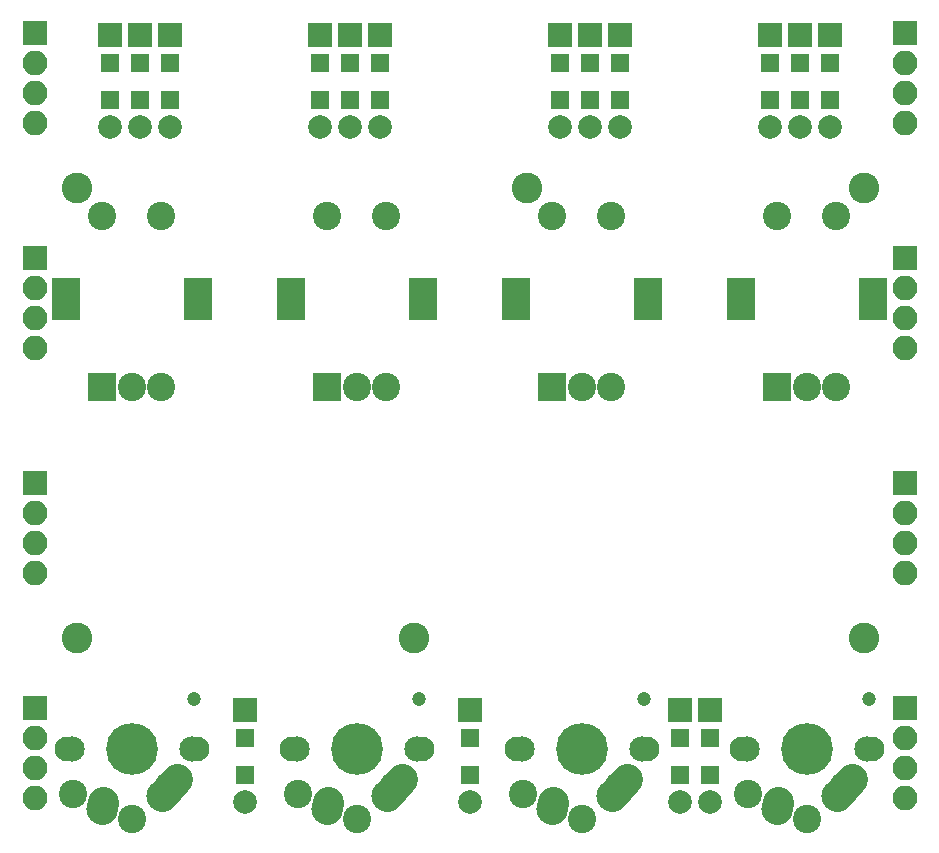
<source format=gbr>
G04 #@! TF.GenerationSoftware,KiCad,Pcbnew,(5.0.0)*
G04 #@! TF.CreationDate,2020-05-09T15:13:36-06:00*
G04 #@! TF.ProjectId,4x4_backpack,3478345F6261636B7061636B2E6B6963,rev?*
G04 #@! TF.SameCoordinates,Original*
G04 #@! TF.FileFunction,Soldermask,Top*
G04 #@! TF.FilePolarity,Negative*
%FSLAX46Y46*%
G04 Gerber Fmt 4.6, Leading zero omitted, Abs format (unit mm)*
G04 Created by KiCad (PCBNEW (5.0.0)) date 05/09/20 15:13:36*
%MOMM*%
%LPD*%
G01*
G04 APERTURE LIST*
%ADD10R,2.400000X2.400000*%
%ADD11C,2.400000*%
%ADD12R,2.400000X3.600000*%
%ADD13C,1.200000*%
%ADD14C,2.100000*%
%ADD15C,2.150000*%
%ADD16C,2.650000*%
%ADD17C,4.387800*%
%ADD18C,2.650000*%
%ADD19C,2.000000*%
%ADD20R,2.000000X2.000000*%
%ADD21R,1.600000X1.600000*%
%ADD22R,2.100000X2.100000*%
%ADD23O,2.100000X2.100000*%
%ADD24C,2.600000*%
G04 APERTURE END LIST*
D10*
G04 #@! TO.C,SW1*
X83185000Y-112268000D03*
D11*
X85685000Y-112268000D03*
X88185000Y-112268000D03*
D12*
X80085000Y-104768000D03*
X91285000Y-104768000D03*
D11*
X83185000Y-97768000D03*
X88185000Y-97768000D03*
G04 #@! TD*
D13*
G04 #@! TO.C,S16*
X148095000Y-138675000D03*
D14*
X137375000Y-142875000D03*
X148375000Y-142875000D03*
D11*
X142875000Y-148775000D03*
X137875000Y-146675000D03*
D15*
X137795000Y-142875000D03*
X147955000Y-142875000D03*
D16*
X145375000Y-146875000D03*
D17*
X142875000Y-142875000D03*
D16*
X146030005Y-146145004D03*
D18*
X146685000Y-145415000D02*
X145375010Y-146875008D01*
D16*
X140335000Y-147955000D03*
X140355229Y-147665016D03*
D18*
X140375000Y-147375000D02*
X140335458Y-147955032D01*
G04 #@! TD*
D19*
G04 #@! TO.C,D16*
X134620000Y-147410000D03*
D20*
X134620000Y-139610000D03*
D21*
X134620000Y-141935000D03*
X134620000Y-145085000D03*
G04 #@! TD*
D19*
G04 #@! TO.C,D2*
X104140000Y-90260000D03*
D20*
X104140000Y-82460000D03*
D21*
X104140000Y-84785000D03*
X104140000Y-87935000D03*
G04 #@! TD*
D22*
G04 #@! TO.C,J1*
X77470000Y-82232500D03*
D23*
X77470000Y-84772500D03*
X77470000Y-87312500D03*
X77470000Y-89852500D03*
G04 #@! TD*
G04 #@! TO.C,J2*
X77470000Y-108902500D03*
X77470000Y-106362500D03*
X77470000Y-103822500D03*
D22*
X77470000Y-101282500D03*
G04 #@! TD*
G04 #@! TO.C,J3*
X77470000Y-120332500D03*
D23*
X77470000Y-122872500D03*
X77470000Y-125412500D03*
X77470000Y-127952500D03*
G04 #@! TD*
G04 #@! TO.C,J4*
X77470000Y-147002500D03*
X77470000Y-144462500D03*
X77470000Y-141922500D03*
D22*
X77470000Y-139382500D03*
G04 #@! TD*
G04 #@! TO.C,J5*
X151130000Y-82232500D03*
D23*
X151130000Y-84772500D03*
X151130000Y-87312500D03*
X151130000Y-89852500D03*
G04 #@! TD*
G04 #@! TO.C,J6*
X151130000Y-108902500D03*
X151130000Y-106362500D03*
X151130000Y-103822500D03*
D22*
X151130000Y-101282500D03*
G04 #@! TD*
G04 #@! TO.C,J7*
X151130000Y-120332500D03*
D23*
X151130000Y-122872500D03*
X151130000Y-125412500D03*
X151130000Y-127952500D03*
G04 #@! TD*
G04 #@! TO.C,J8*
X151130000Y-147002500D03*
X151130000Y-144462500D03*
X151130000Y-141922500D03*
D22*
X151130000Y-139382500D03*
G04 #@! TD*
D24*
G04 #@! TO.C,J11*
X81026000Y-133477000D03*
G04 #@! TD*
G04 #@! TO.C,J12*
X147701000Y-95377000D03*
G04 #@! TD*
G04 #@! TO.C,J13*
X147701000Y-133477000D03*
G04 #@! TD*
G04 #@! TO.C,J14*
X109601000Y-133477000D03*
G04 #@! TD*
G04 #@! TO.C,J15*
X119126000Y-95377000D03*
G04 #@! TD*
G04 #@! TO.C,J16*
X81026000Y-95377000D03*
G04 #@! TD*
D19*
G04 #@! TO.C,D1*
X86360000Y-90260000D03*
D20*
X86360000Y-82460000D03*
D21*
X86360000Y-84785000D03*
X86360000Y-87935000D03*
G04 #@! TD*
G04 #@! TO.C,D3*
X124460000Y-87935000D03*
X124460000Y-84785000D03*
D20*
X124460000Y-82460000D03*
D19*
X124460000Y-90260000D03*
G04 #@! TD*
D21*
G04 #@! TO.C,D4*
X142240000Y-87935000D03*
X142240000Y-84785000D03*
D20*
X142240000Y-82460000D03*
D19*
X142240000Y-90260000D03*
G04 #@! TD*
G04 #@! TO.C,D5*
X88900000Y-90260000D03*
D20*
X88900000Y-82460000D03*
D21*
X88900000Y-84785000D03*
X88900000Y-87935000D03*
G04 #@! TD*
G04 #@! TO.C,D6*
X106680000Y-87935000D03*
X106680000Y-84785000D03*
D20*
X106680000Y-82460000D03*
D19*
X106680000Y-90260000D03*
G04 #@! TD*
G04 #@! TO.C,D7*
X127000000Y-90260000D03*
D20*
X127000000Y-82460000D03*
D21*
X127000000Y-84785000D03*
X127000000Y-87935000D03*
G04 #@! TD*
G04 #@! TO.C,D8*
X144780000Y-87935000D03*
X144780000Y-84785000D03*
D20*
X144780000Y-82460000D03*
D19*
X144780000Y-90260000D03*
G04 #@! TD*
D21*
G04 #@! TO.C,D9*
X83820000Y-87935000D03*
X83820000Y-84785000D03*
D20*
X83820000Y-82460000D03*
D19*
X83820000Y-90260000D03*
G04 #@! TD*
G04 #@! TO.C,D10*
X101600000Y-90260000D03*
D20*
X101600000Y-82460000D03*
D21*
X101600000Y-84785000D03*
X101600000Y-87935000D03*
G04 #@! TD*
G04 #@! TO.C,D11*
X121920000Y-87935000D03*
X121920000Y-84785000D03*
D20*
X121920000Y-82460000D03*
D19*
X121920000Y-90260000D03*
G04 #@! TD*
G04 #@! TO.C,D12*
X139700000Y-90260000D03*
D20*
X139700000Y-82460000D03*
D21*
X139700000Y-84785000D03*
X139700000Y-87935000D03*
G04 #@! TD*
D19*
G04 #@! TO.C,D13*
X95250000Y-147410000D03*
D20*
X95250000Y-139610000D03*
D21*
X95250000Y-141935000D03*
X95250000Y-145085000D03*
G04 #@! TD*
G04 #@! TO.C,D14*
X114300000Y-145085000D03*
X114300000Y-141935000D03*
D20*
X114300000Y-139610000D03*
D19*
X114300000Y-147410000D03*
G04 #@! TD*
D21*
G04 #@! TO.C,D15*
X132080000Y-145085000D03*
X132080000Y-141935000D03*
D20*
X132080000Y-139610000D03*
D19*
X132080000Y-147410000D03*
G04 #@! TD*
D13*
G04 #@! TO.C,S13*
X90945000Y-138675000D03*
D14*
X80225000Y-142875000D03*
X91225000Y-142875000D03*
D11*
X85725000Y-148775000D03*
X80725000Y-146675000D03*
D15*
X80645000Y-142875000D03*
X90805000Y-142875000D03*
D16*
X88225000Y-146875000D03*
D17*
X85725000Y-142875000D03*
D16*
X88880005Y-146145004D03*
D18*
X89535000Y-145415000D02*
X88225010Y-146875008D01*
D16*
X83185000Y-147955000D03*
X83205229Y-147665016D03*
D18*
X83225000Y-147375000D02*
X83185458Y-147955032D01*
G04 #@! TD*
D13*
G04 #@! TO.C,S14*
X109995000Y-138675000D03*
D14*
X99275000Y-142875000D03*
X110275000Y-142875000D03*
D11*
X104775000Y-148775000D03*
X99775000Y-146675000D03*
D15*
X99695000Y-142875000D03*
X109855000Y-142875000D03*
D16*
X107275000Y-146875000D03*
D17*
X104775000Y-142875000D03*
D16*
X107930005Y-146145004D03*
D18*
X108585000Y-145415000D02*
X107275010Y-146875008D01*
D16*
X102235000Y-147955000D03*
X102255229Y-147665016D03*
D18*
X102275000Y-147375000D02*
X102235458Y-147955032D01*
G04 #@! TD*
D16*
G04 #@! TO.C,S15*
X121305229Y-147665016D03*
D18*
X121325000Y-147375000D02*
X121285458Y-147955032D01*
D16*
X121285000Y-147955000D03*
X126980005Y-146145004D03*
D18*
X127635000Y-145415000D02*
X126325010Y-146875008D01*
D17*
X123825000Y-142875000D03*
D16*
X126325000Y-146875000D03*
D15*
X128905000Y-142875000D03*
X118745000Y-142875000D03*
D11*
X118825000Y-146675000D03*
X123825000Y-148775000D03*
D14*
X129325000Y-142875000D03*
X118325000Y-142875000D03*
D13*
X129045000Y-138675000D03*
G04 #@! TD*
D11*
G04 #@! TO.C,SW2*
X107235000Y-97768000D03*
X102235000Y-97768000D03*
D12*
X110335000Y-104768000D03*
X99135000Y-104768000D03*
D11*
X107235000Y-112268000D03*
X104735000Y-112268000D03*
D10*
X102235000Y-112268000D03*
G04 #@! TD*
G04 #@! TO.C,SW3*
X121285000Y-112268000D03*
D11*
X123785000Y-112268000D03*
X126285000Y-112268000D03*
D12*
X118185000Y-104768000D03*
X129385000Y-104768000D03*
D11*
X121285000Y-97768000D03*
X126285000Y-97768000D03*
G04 #@! TD*
G04 #@! TO.C,SW4*
X145335000Y-97768000D03*
X140335000Y-97768000D03*
D12*
X148435000Y-104768000D03*
X137235000Y-104768000D03*
D11*
X145335000Y-112268000D03*
X142835000Y-112268000D03*
D10*
X140335000Y-112268000D03*
G04 #@! TD*
M02*

</source>
